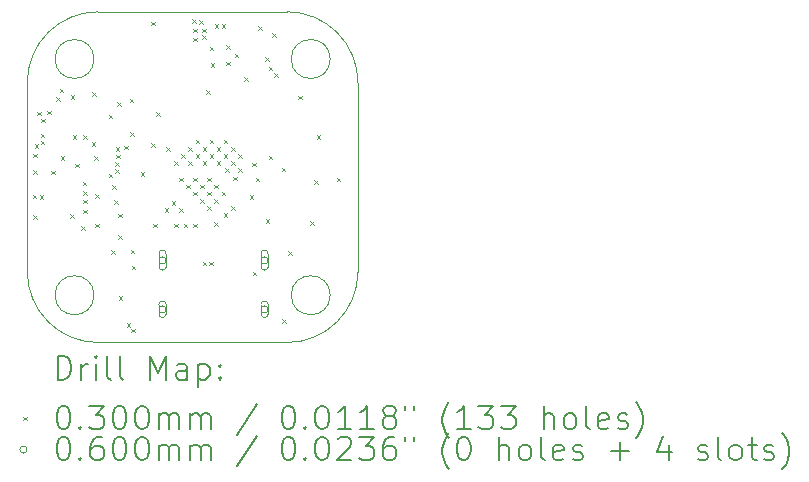
<source format=gbr>
%TF.GenerationSoftware,KiCad,Pcbnew,8.0.3-8.0.3-0~ubuntu24.04.1*%
%TF.CreationDate,2024-07-13T12:59:12+02:00*%
%TF.ProjectId,erace-rx-v2,65726163-652d-4727-982d-76322e6b6963,rev?*%
%TF.SameCoordinates,Original*%
%TF.FileFunction,Drillmap*%
%TF.FilePolarity,Positive*%
%FSLAX45Y45*%
G04 Gerber Fmt 4.5, Leading zero omitted, Abs format (unit mm)*
G04 Created by KiCad (PCBNEW 8.0.3-8.0.3-0~ubuntu24.04.1) date 2024-07-13 12:59:12*
%MOMM*%
%LPD*%
G01*
G04 APERTURE LIST*
%ADD10C,0.050000*%
%ADD11C,0.200000*%
%ADD12C,0.100000*%
G04 APERTURE END LIST*
D10*
X7465000Y-7300000D02*
G75*
G02*
X7135000Y-7300000I-165000J0D01*
G01*
X7135000Y-7300000D02*
G75*
G02*
X7465000Y-7300000I165000J0D01*
G01*
X7700000Y-7100000D02*
X7700000Y-5500000D01*
X5500000Y-7700000D02*
G75*
G02*
X4900000Y-7100000I0J600000D01*
G01*
X5465000Y-5300000D02*
G75*
G02*
X5135000Y-5300000I-165000J0D01*
G01*
X5135000Y-5300000D02*
G75*
G02*
X5465000Y-5300000I165000J0D01*
G01*
X7100000Y-4900000D02*
G75*
G02*
X7700000Y-5500000I0J-600000D01*
G01*
X7465000Y-5300000D02*
G75*
G02*
X7135000Y-5300000I-165000J0D01*
G01*
X7135000Y-5300000D02*
G75*
G02*
X7465000Y-5300000I165000J0D01*
G01*
X5465000Y-7300000D02*
G75*
G02*
X5135000Y-7300000I-165000J0D01*
G01*
X5135000Y-7300000D02*
G75*
G02*
X5465000Y-7300000I165000J0D01*
G01*
X7700000Y-7100000D02*
G75*
G02*
X7100000Y-7700000I-600000J0D01*
G01*
X4900000Y-5500000D02*
G75*
G02*
X5500000Y-4900000I600000J0D01*
G01*
X7100000Y-4900000D02*
X5500000Y-4900000D01*
X5500000Y-7700000D02*
X7100000Y-7700000D01*
X4900000Y-5500000D02*
X4900000Y-7100000D01*
D11*
D12*
X4945000Y-6450000D02*
X4975000Y-6480000D01*
X4975000Y-6450000D02*
X4945000Y-6480000D01*
X4950000Y-6240000D02*
X4980000Y-6270000D01*
X4980000Y-6240000D02*
X4950000Y-6270000D01*
X4950000Y-6625000D02*
X4980000Y-6655000D01*
X4980000Y-6625000D02*
X4950000Y-6655000D01*
X4950001Y-6102000D02*
X4980001Y-6132000D01*
X4980001Y-6102000D02*
X4950001Y-6132000D01*
X4965000Y-6020000D02*
X4995000Y-6050000D01*
X4995000Y-6020000D02*
X4965000Y-6050000D01*
X4985000Y-5745000D02*
X5015000Y-5775000D01*
X5015000Y-5745000D02*
X4985000Y-5775000D01*
X5005000Y-6455000D02*
X5035000Y-6485000D01*
X5035000Y-6455000D02*
X5005000Y-6485000D01*
X5015000Y-5933000D02*
X5045000Y-5963000D01*
X5045000Y-5933000D02*
X5015000Y-5963000D01*
X5015793Y-5993049D02*
X5045793Y-6023049D01*
X5045793Y-5993049D02*
X5015793Y-6023049D01*
X5018058Y-5803942D02*
X5048058Y-5833942D01*
X5048058Y-5803942D02*
X5018058Y-5833942D01*
X5070262Y-5738793D02*
X5100262Y-5768793D01*
X5100262Y-5738793D02*
X5070262Y-5768793D01*
X5105000Y-6245000D02*
X5135000Y-6275000D01*
X5135000Y-6245000D02*
X5105000Y-6275000D01*
X5143624Y-5622402D02*
X5173624Y-5652402D01*
X5173624Y-5622402D02*
X5143624Y-5652402D01*
X5175000Y-5550000D02*
X5205000Y-5580000D01*
X5205000Y-5550000D02*
X5175000Y-5580000D01*
X5185000Y-6125000D02*
X5215000Y-6155000D01*
X5215000Y-6125000D02*
X5185000Y-6155000D01*
X5265000Y-6615000D02*
X5295000Y-6645000D01*
X5295000Y-6615000D02*
X5265000Y-6645000D01*
X5270000Y-5605000D02*
X5300000Y-5635000D01*
X5300000Y-5605000D02*
X5270000Y-5635000D01*
X5285000Y-5945000D02*
X5315000Y-5975000D01*
X5315000Y-5945000D02*
X5285000Y-5975000D01*
X5305000Y-6185000D02*
X5335000Y-6215000D01*
X5335000Y-6185000D02*
X5305000Y-6215000D01*
X5355000Y-6715000D02*
X5385000Y-6745000D01*
X5385000Y-6715000D02*
X5355000Y-6745000D01*
X5370000Y-6340000D02*
X5400000Y-6370000D01*
X5400000Y-6340000D02*
X5370000Y-6370000D01*
X5372000Y-6575382D02*
X5402000Y-6605382D01*
X5402000Y-6575382D02*
X5372000Y-6605382D01*
X5375000Y-5945000D02*
X5405000Y-5975000D01*
X5405000Y-5945000D02*
X5375000Y-5975000D01*
X5375000Y-6420000D02*
X5405000Y-6450000D01*
X5405000Y-6420000D02*
X5375000Y-6450000D01*
X5376111Y-6492223D02*
X5406111Y-6522223D01*
X5406111Y-6492223D02*
X5376111Y-6522223D01*
X5445000Y-6005000D02*
X5475000Y-6035000D01*
X5475000Y-6005000D02*
X5445000Y-6035000D01*
X5450000Y-5580000D02*
X5480000Y-5610000D01*
X5480000Y-5580000D02*
X5450000Y-5610000D01*
X5465000Y-6125000D02*
X5495000Y-6155000D01*
X5495000Y-6125000D02*
X5465000Y-6155000D01*
X5475000Y-6695000D02*
X5505000Y-6725000D01*
X5505000Y-6695000D02*
X5475000Y-6725000D01*
X5475000Y-6445000D02*
X5505000Y-6475000D01*
X5505000Y-6445000D02*
X5475000Y-6475000D01*
X5590000Y-5770000D02*
X5620000Y-5800000D01*
X5620000Y-5770000D02*
X5590000Y-5800000D01*
X5590000Y-6270000D02*
X5620000Y-6300000D01*
X5620000Y-6270000D02*
X5590000Y-6300000D01*
X5610000Y-6920000D02*
X5640000Y-6950000D01*
X5640000Y-6920000D02*
X5610000Y-6950000D01*
X5620000Y-6370000D02*
X5650000Y-6400000D01*
X5650000Y-6370000D02*
X5620000Y-6400000D01*
X5635000Y-6495000D02*
X5665000Y-6525000D01*
X5665000Y-6495000D02*
X5635000Y-6525000D01*
X5643000Y-6234000D02*
X5673000Y-6264000D01*
X5673000Y-6234000D02*
X5643000Y-6264000D01*
X5645000Y-6175000D02*
X5675000Y-6205000D01*
X5675000Y-6175000D02*
X5645000Y-6205000D01*
X5648797Y-6047475D02*
X5678797Y-6077475D01*
X5678797Y-6047475D02*
X5648797Y-6077475D01*
X5654998Y-6110000D02*
X5684998Y-6140000D01*
X5684998Y-6110000D02*
X5654998Y-6140000D01*
X5660000Y-5665000D02*
X5690000Y-5695000D01*
X5690000Y-5665000D02*
X5660000Y-5695000D01*
X5670000Y-6610000D02*
X5700000Y-6640000D01*
X5700000Y-6610000D02*
X5670000Y-6640000D01*
X5670000Y-6790000D02*
X5700000Y-6820000D01*
X5700000Y-6790000D02*
X5670000Y-6820000D01*
X5675000Y-7310000D02*
X5705000Y-7340000D01*
X5705000Y-7310000D02*
X5675000Y-7340000D01*
X5719000Y-6034000D02*
X5749000Y-6064000D01*
X5749000Y-6034000D02*
X5719000Y-6064000D01*
X5741776Y-7534903D02*
X5771776Y-7564903D01*
X5771776Y-7534903D02*
X5741776Y-7564903D01*
X5769499Y-5634502D02*
X5799499Y-5664502D01*
X5799499Y-5634502D02*
X5769499Y-5664502D01*
X5770000Y-5920000D02*
X5800000Y-5950000D01*
X5800000Y-5920000D02*
X5770000Y-5950000D01*
X5775000Y-6915000D02*
X5805000Y-6945000D01*
X5805000Y-6915000D02*
X5775000Y-6945000D01*
X5780000Y-7585000D02*
X5810000Y-7615000D01*
X5810000Y-7585000D02*
X5780000Y-7615000D01*
X5785000Y-7050000D02*
X5815000Y-7080000D01*
X5815000Y-7050000D02*
X5785000Y-7080000D01*
X5860000Y-6260000D02*
X5890000Y-6290000D01*
X5890000Y-6260000D02*
X5860000Y-6290000D01*
X5950000Y-4985000D02*
X5980000Y-5015000D01*
X5980000Y-4985000D02*
X5950000Y-5015000D01*
X5950000Y-6015000D02*
X5980000Y-6045000D01*
X5980000Y-6015000D02*
X5950000Y-6045000D01*
X5965000Y-6695000D02*
X5995000Y-6725000D01*
X5995000Y-6695000D02*
X5965000Y-6725000D01*
X5990000Y-5750000D02*
X6020000Y-5780000D01*
X6020000Y-5750000D02*
X5990000Y-5780000D01*
X6065000Y-6565000D02*
X6095000Y-6595000D01*
X6095000Y-6565000D02*
X6065000Y-6595000D01*
X6075000Y-6045000D02*
X6105000Y-6075000D01*
X6105000Y-6045000D02*
X6075000Y-6075000D01*
X6125000Y-6505000D02*
X6155000Y-6535000D01*
X6155000Y-6505000D02*
X6125000Y-6535000D01*
X6145000Y-6165000D02*
X6175000Y-6195000D01*
X6175000Y-6165000D02*
X6145000Y-6195000D01*
X6145000Y-6695000D02*
X6175000Y-6725000D01*
X6175000Y-6695000D02*
X6145000Y-6725000D01*
X6185000Y-6305000D02*
X6215000Y-6335000D01*
X6215000Y-6305000D02*
X6185000Y-6335000D01*
X6185000Y-6565000D02*
X6215000Y-6595000D01*
X6215000Y-6565000D02*
X6185000Y-6595000D01*
X6205000Y-6105000D02*
X6235000Y-6135000D01*
X6235000Y-6105000D02*
X6205000Y-6135000D01*
X6225000Y-6695000D02*
X6255000Y-6725000D01*
X6255000Y-6695000D02*
X6225000Y-6725000D01*
X6245000Y-6365000D02*
X6275000Y-6395000D01*
X6275000Y-6365000D02*
X6245000Y-6395000D01*
X6265000Y-6045000D02*
X6295000Y-6075000D01*
X6295000Y-6045000D02*
X6265000Y-6075000D01*
X6265000Y-6165000D02*
X6295000Y-6195000D01*
X6295000Y-6165000D02*
X6265000Y-6195000D01*
X6295000Y-4965000D02*
X6325000Y-4995000D01*
X6325000Y-4965000D02*
X6295000Y-4995000D01*
X6305000Y-5045000D02*
X6335000Y-5075000D01*
X6335000Y-5045000D02*
X6305000Y-5075000D01*
X6305000Y-5120000D02*
X6335000Y-5150000D01*
X6335000Y-5120000D02*
X6305000Y-5150000D01*
X6305000Y-6305000D02*
X6335000Y-6335000D01*
X6335000Y-6305000D02*
X6305000Y-6335000D01*
X6305000Y-6425000D02*
X6335000Y-6455000D01*
X6335000Y-6425000D02*
X6305000Y-6455000D01*
X6305000Y-6695000D02*
X6335000Y-6725000D01*
X6335000Y-6695000D02*
X6305000Y-6725000D01*
X6325000Y-5985000D02*
X6355000Y-6015000D01*
X6355000Y-5985000D02*
X6325000Y-6015000D01*
X6325000Y-6105000D02*
X6355000Y-6135000D01*
X6355000Y-6105000D02*
X6325000Y-6135000D01*
X6358000Y-4972000D02*
X6388000Y-5002000D01*
X6388000Y-4972000D02*
X6358000Y-5002000D01*
X6365000Y-6365000D02*
X6395000Y-6395000D01*
X6395000Y-6365000D02*
X6365000Y-6395000D01*
X6365000Y-6485000D02*
X6395000Y-6515000D01*
X6395000Y-6485000D02*
X6365000Y-6515000D01*
X6380000Y-5042500D02*
X6410000Y-5072500D01*
X6410000Y-5042500D02*
X6380000Y-5072500D01*
X6380000Y-5100000D02*
X6410000Y-5130000D01*
X6410000Y-5100000D02*
X6380000Y-5130000D01*
X6385000Y-6045000D02*
X6415000Y-6075000D01*
X6415000Y-6045000D02*
X6385000Y-6075000D01*
X6385000Y-6165000D02*
X6415000Y-6195000D01*
X6415000Y-6165000D02*
X6385000Y-6195000D01*
X6385000Y-7015000D02*
X6415000Y-7045000D01*
X6415000Y-7015000D02*
X6385000Y-7045000D01*
X6415000Y-5565000D02*
X6445000Y-5595000D01*
X6445000Y-5565000D02*
X6415000Y-5595000D01*
X6425000Y-6305000D02*
X6455000Y-6335000D01*
X6455000Y-6305000D02*
X6425000Y-6335000D01*
X6425000Y-6425000D02*
X6455000Y-6455000D01*
X6455000Y-6425000D02*
X6425000Y-6455000D01*
X6425000Y-6545000D02*
X6455000Y-6575000D01*
X6455000Y-6545000D02*
X6425000Y-6575000D01*
X6442500Y-7015000D02*
X6472500Y-7045000D01*
X6472500Y-7015000D02*
X6442500Y-7045000D01*
X6445000Y-5194998D02*
X6475000Y-5224998D01*
X6475000Y-5194998D02*
X6445000Y-5224998D01*
X6445000Y-5985000D02*
X6475000Y-6015000D01*
X6475000Y-5985000D02*
X6445000Y-6015000D01*
X6445000Y-6105000D02*
X6475000Y-6135000D01*
X6475000Y-6105000D02*
X6445000Y-6135000D01*
X6455000Y-5335000D02*
X6485000Y-5365000D01*
X6485000Y-5335000D02*
X6455000Y-5365000D01*
X6485000Y-6365000D02*
X6515000Y-6395000D01*
X6515000Y-6365000D02*
X6485000Y-6395000D01*
X6485000Y-6485000D02*
X6515000Y-6515000D01*
X6515000Y-6485000D02*
X6485000Y-6515000D01*
X6485000Y-6680000D02*
X6515000Y-6710000D01*
X6515000Y-6680000D02*
X6485000Y-6710000D01*
X6486000Y-5006000D02*
X6516000Y-5036000D01*
X6516000Y-5006000D02*
X6486000Y-5036000D01*
X6505000Y-6045000D02*
X6535000Y-6075000D01*
X6535000Y-6045000D02*
X6505000Y-6075000D01*
X6505000Y-6165000D02*
X6535000Y-6195000D01*
X6535000Y-6165000D02*
X6505000Y-6195000D01*
X6545000Y-6425000D02*
X6575000Y-6455000D01*
X6575000Y-6425000D02*
X6545000Y-6455000D01*
X6545973Y-5007817D02*
X6575973Y-5037817D01*
X6575973Y-5007817D02*
X6545973Y-5037817D01*
X6565000Y-5985000D02*
X6595000Y-6015000D01*
X6595000Y-5985000D02*
X6565000Y-6015000D01*
X6565000Y-6105000D02*
X6595000Y-6135000D01*
X6595000Y-6105000D02*
X6565000Y-6135000D01*
X6565000Y-6605000D02*
X6595000Y-6635000D01*
X6595000Y-6605000D02*
X6565000Y-6635000D01*
X6575000Y-6225000D02*
X6605000Y-6255000D01*
X6605000Y-6225000D02*
X6575000Y-6255000D01*
X6585000Y-5185000D02*
X6615000Y-5215000D01*
X6615000Y-5185000D02*
X6585000Y-5215000D01*
X6585000Y-5324999D02*
X6615000Y-5354999D01*
X6615000Y-5324999D02*
X6585000Y-5354999D01*
X6625000Y-6045000D02*
X6655000Y-6075000D01*
X6655000Y-6045000D02*
X6625000Y-6075000D01*
X6625000Y-6165000D02*
X6655000Y-6195000D01*
X6655000Y-6165000D02*
X6625000Y-6195000D01*
X6625000Y-6545000D02*
X6655000Y-6575000D01*
X6655000Y-6545000D02*
X6625000Y-6575000D01*
X6645000Y-6295000D02*
X6675000Y-6325000D01*
X6675000Y-6295000D02*
X6645000Y-6325000D01*
X6655000Y-5255000D02*
X6685000Y-5285000D01*
X6685000Y-5255000D02*
X6655000Y-5285000D01*
X6685000Y-6105000D02*
X6715000Y-6135000D01*
X6715000Y-6105000D02*
X6685000Y-6135000D01*
X6685000Y-6225000D02*
X6715000Y-6255000D01*
X6715000Y-6225000D02*
X6685000Y-6255000D01*
X6735000Y-5455000D02*
X6765000Y-5485000D01*
X6765000Y-5455000D02*
X6735000Y-5485000D01*
X6785000Y-6455000D02*
X6815000Y-6485000D01*
X6815000Y-6455000D02*
X6785000Y-6485000D01*
X6805000Y-6180000D02*
X6835000Y-6210000D01*
X6835000Y-6180000D02*
X6805000Y-6210000D01*
X6810000Y-7101000D02*
X6840000Y-7131000D01*
X6840000Y-7101000D02*
X6810000Y-7131000D01*
X6835000Y-6305000D02*
X6865000Y-6335000D01*
X6865000Y-6305000D02*
X6835000Y-6335000D01*
X6857000Y-5024000D02*
X6887000Y-5054000D01*
X6887000Y-5024000D02*
X6857000Y-5054000D01*
X6915000Y-5285000D02*
X6945000Y-5315000D01*
X6945000Y-5285000D02*
X6915000Y-5315000D01*
X6920000Y-6655000D02*
X6950000Y-6685000D01*
X6950000Y-6655000D02*
X6920000Y-6685000D01*
X6945000Y-5365000D02*
X6975000Y-5395000D01*
X6975000Y-5365000D02*
X6945000Y-5395000D01*
X6945000Y-6120000D02*
X6975000Y-6150000D01*
X6975000Y-6120000D02*
X6945000Y-6150000D01*
X6975000Y-5080000D02*
X7005000Y-5110000D01*
X7005000Y-5080000D02*
X6975000Y-5110000D01*
X6990000Y-5420000D02*
X7020000Y-5450000D01*
X7020000Y-5420000D02*
X6990000Y-5450000D01*
X7055000Y-6220000D02*
X7085000Y-6250000D01*
X7085000Y-6220000D02*
X7055000Y-6250000D01*
X7057000Y-7501000D02*
X7087000Y-7531000D01*
X7087000Y-7501000D02*
X7057000Y-7531000D01*
X7110000Y-6928000D02*
X7140000Y-6958000D01*
X7140000Y-6928000D02*
X7110000Y-6958000D01*
X7195000Y-5610000D02*
X7225000Y-5640000D01*
X7225000Y-5610000D02*
X7195000Y-5640000D01*
X7295000Y-6675000D02*
X7325000Y-6705000D01*
X7325000Y-6675000D02*
X7295000Y-6705000D01*
X7330000Y-6325000D02*
X7360000Y-6355000D01*
X7360000Y-6325000D02*
X7330000Y-6355000D01*
X7350000Y-5945000D02*
X7380000Y-5975000D01*
X7380000Y-5945000D02*
X7350000Y-5975000D01*
X7520000Y-6305000D02*
X7550000Y-6335000D01*
X7550000Y-6305000D02*
X7520000Y-6335000D01*
X6075000Y-7004000D02*
G75*
G02*
X6015000Y-7004000I-30000J0D01*
G01*
X6015000Y-7004000D02*
G75*
G02*
X6075000Y-7004000I30000J0D01*
G01*
X6015000Y-6949000D02*
X6015000Y-7059000D01*
X6075000Y-7059000D02*
G75*
G02*
X6015000Y-7059000I-30000J0D01*
G01*
X6075000Y-7059000D02*
X6075000Y-6949000D01*
X6075000Y-6949000D02*
G75*
G03*
X6015000Y-6949000I-30000J0D01*
G01*
X6075000Y-7419000D02*
G75*
G02*
X6015000Y-7419000I-30000J0D01*
G01*
X6015000Y-7419000D02*
G75*
G02*
X6075000Y-7419000I30000J0D01*
G01*
X6015000Y-7379000D02*
X6015000Y-7459000D01*
X6075000Y-7459000D02*
G75*
G02*
X6015000Y-7459000I-30000J0D01*
G01*
X6075000Y-7459000D02*
X6075000Y-7379000D01*
X6075000Y-7379000D02*
G75*
G03*
X6015000Y-7379000I-30000J0D01*
G01*
X6939000Y-7004000D02*
G75*
G02*
X6879000Y-7004000I-30000J0D01*
G01*
X6879000Y-7004000D02*
G75*
G02*
X6939000Y-7004000I30000J0D01*
G01*
X6879000Y-6949000D02*
X6879000Y-7059000D01*
X6939000Y-7059000D02*
G75*
G02*
X6879000Y-7059000I-30000J0D01*
G01*
X6939000Y-7059000D02*
X6939000Y-6949000D01*
X6939000Y-6949000D02*
G75*
G03*
X6879000Y-6949000I-30000J0D01*
G01*
X6939000Y-7419000D02*
G75*
G02*
X6879000Y-7419000I-30000J0D01*
G01*
X6879000Y-7419000D02*
G75*
G02*
X6939000Y-7419000I30000J0D01*
G01*
X6879000Y-7379000D02*
X6879000Y-7459000D01*
X6939000Y-7459000D02*
G75*
G02*
X6879000Y-7459000I-30000J0D01*
G01*
X6939000Y-7459000D02*
X6939000Y-7379000D01*
X6939000Y-7379000D02*
G75*
G03*
X6879000Y-7379000I-30000J0D01*
G01*
D11*
X5158277Y-8013984D02*
X5158277Y-7813984D01*
X5158277Y-7813984D02*
X5205896Y-7813984D01*
X5205896Y-7813984D02*
X5234467Y-7823508D01*
X5234467Y-7823508D02*
X5253515Y-7842555D01*
X5253515Y-7842555D02*
X5263039Y-7861603D01*
X5263039Y-7861603D02*
X5272563Y-7899698D01*
X5272563Y-7899698D02*
X5272563Y-7928269D01*
X5272563Y-7928269D02*
X5263039Y-7966365D01*
X5263039Y-7966365D02*
X5253515Y-7985412D01*
X5253515Y-7985412D02*
X5234467Y-8004460D01*
X5234467Y-8004460D02*
X5205896Y-8013984D01*
X5205896Y-8013984D02*
X5158277Y-8013984D01*
X5358277Y-8013984D02*
X5358277Y-7880650D01*
X5358277Y-7918746D02*
X5367801Y-7899698D01*
X5367801Y-7899698D02*
X5377324Y-7890174D01*
X5377324Y-7890174D02*
X5396372Y-7880650D01*
X5396372Y-7880650D02*
X5415420Y-7880650D01*
X5482086Y-8013984D02*
X5482086Y-7880650D01*
X5482086Y-7813984D02*
X5472563Y-7823508D01*
X5472563Y-7823508D02*
X5482086Y-7833031D01*
X5482086Y-7833031D02*
X5491610Y-7823508D01*
X5491610Y-7823508D02*
X5482086Y-7813984D01*
X5482086Y-7813984D02*
X5482086Y-7833031D01*
X5605896Y-8013984D02*
X5586848Y-8004460D01*
X5586848Y-8004460D02*
X5577324Y-7985412D01*
X5577324Y-7985412D02*
X5577324Y-7813984D01*
X5710658Y-8013984D02*
X5691610Y-8004460D01*
X5691610Y-8004460D02*
X5682086Y-7985412D01*
X5682086Y-7985412D02*
X5682086Y-7813984D01*
X5939229Y-8013984D02*
X5939229Y-7813984D01*
X5939229Y-7813984D02*
X6005896Y-7956841D01*
X6005896Y-7956841D02*
X6072562Y-7813984D01*
X6072562Y-7813984D02*
X6072562Y-8013984D01*
X6253515Y-8013984D02*
X6253515Y-7909222D01*
X6253515Y-7909222D02*
X6243991Y-7890174D01*
X6243991Y-7890174D02*
X6224943Y-7880650D01*
X6224943Y-7880650D02*
X6186848Y-7880650D01*
X6186848Y-7880650D02*
X6167801Y-7890174D01*
X6253515Y-8004460D02*
X6234467Y-8013984D01*
X6234467Y-8013984D02*
X6186848Y-8013984D01*
X6186848Y-8013984D02*
X6167801Y-8004460D01*
X6167801Y-8004460D02*
X6158277Y-7985412D01*
X6158277Y-7985412D02*
X6158277Y-7966365D01*
X6158277Y-7966365D02*
X6167801Y-7947317D01*
X6167801Y-7947317D02*
X6186848Y-7937793D01*
X6186848Y-7937793D02*
X6234467Y-7937793D01*
X6234467Y-7937793D02*
X6253515Y-7928269D01*
X6348753Y-7880650D02*
X6348753Y-8080650D01*
X6348753Y-7890174D02*
X6367801Y-7880650D01*
X6367801Y-7880650D02*
X6405896Y-7880650D01*
X6405896Y-7880650D02*
X6424943Y-7890174D01*
X6424943Y-7890174D02*
X6434467Y-7899698D01*
X6434467Y-7899698D02*
X6443991Y-7918746D01*
X6443991Y-7918746D02*
X6443991Y-7975888D01*
X6443991Y-7975888D02*
X6434467Y-7994936D01*
X6434467Y-7994936D02*
X6424943Y-8004460D01*
X6424943Y-8004460D02*
X6405896Y-8013984D01*
X6405896Y-8013984D02*
X6367801Y-8013984D01*
X6367801Y-8013984D02*
X6348753Y-8004460D01*
X6529705Y-7994936D02*
X6539229Y-8004460D01*
X6539229Y-8004460D02*
X6529705Y-8013984D01*
X6529705Y-8013984D02*
X6520182Y-8004460D01*
X6520182Y-8004460D02*
X6529705Y-7994936D01*
X6529705Y-7994936D02*
X6529705Y-8013984D01*
X6529705Y-7890174D02*
X6539229Y-7899698D01*
X6539229Y-7899698D02*
X6529705Y-7909222D01*
X6529705Y-7909222D02*
X6520182Y-7899698D01*
X6520182Y-7899698D02*
X6529705Y-7890174D01*
X6529705Y-7890174D02*
X6529705Y-7909222D01*
D12*
X4867500Y-8327500D02*
X4897500Y-8357500D01*
X4897500Y-8327500D02*
X4867500Y-8357500D01*
D11*
X5196372Y-8233984D02*
X5215420Y-8233984D01*
X5215420Y-8233984D02*
X5234467Y-8243508D01*
X5234467Y-8243508D02*
X5243991Y-8253031D01*
X5243991Y-8253031D02*
X5253515Y-8272079D01*
X5253515Y-8272079D02*
X5263039Y-8310174D01*
X5263039Y-8310174D02*
X5263039Y-8357793D01*
X5263039Y-8357793D02*
X5253515Y-8395889D01*
X5253515Y-8395889D02*
X5243991Y-8414936D01*
X5243991Y-8414936D02*
X5234467Y-8424460D01*
X5234467Y-8424460D02*
X5215420Y-8433984D01*
X5215420Y-8433984D02*
X5196372Y-8433984D01*
X5196372Y-8433984D02*
X5177324Y-8424460D01*
X5177324Y-8424460D02*
X5167801Y-8414936D01*
X5167801Y-8414936D02*
X5158277Y-8395889D01*
X5158277Y-8395889D02*
X5148753Y-8357793D01*
X5148753Y-8357793D02*
X5148753Y-8310174D01*
X5148753Y-8310174D02*
X5158277Y-8272079D01*
X5158277Y-8272079D02*
X5167801Y-8253031D01*
X5167801Y-8253031D02*
X5177324Y-8243508D01*
X5177324Y-8243508D02*
X5196372Y-8233984D01*
X5348753Y-8414936D02*
X5358277Y-8424460D01*
X5358277Y-8424460D02*
X5348753Y-8433984D01*
X5348753Y-8433984D02*
X5339229Y-8424460D01*
X5339229Y-8424460D02*
X5348753Y-8414936D01*
X5348753Y-8414936D02*
X5348753Y-8433984D01*
X5424944Y-8233984D02*
X5548753Y-8233984D01*
X5548753Y-8233984D02*
X5482086Y-8310174D01*
X5482086Y-8310174D02*
X5510658Y-8310174D01*
X5510658Y-8310174D02*
X5529705Y-8319698D01*
X5529705Y-8319698D02*
X5539229Y-8329222D01*
X5539229Y-8329222D02*
X5548753Y-8348269D01*
X5548753Y-8348269D02*
X5548753Y-8395889D01*
X5548753Y-8395889D02*
X5539229Y-8414936D01*
X5539229Y-8414936D02*
X5529705Y-8424460D01*
X5529705Y-8424460D02*
X5510658Y-8433984D01*
X5510658Y-8433984D02*
X5453515Y-8433984D01*
X5453515Y-8433984D02*
X5434467Y-8424460D01*
X5434467Y-8424460D02*
X5424944Y-8414936D01*
X5672562Y-8233984D02*
X5691610Y-8233984D01*
X5691610Y-8233984D02*
X5710658Y-8243508D01*
X5710658Y-8243508D02*
X5720182Y-8253031D01*
X5720182Y-8253031D02*
X5729705Y-8272079D01*
X5729705Y-8272079D02*
X5739229Y-8310174D01*
X5739229Y-8310174D02*
X5739229Y-8357793D01*
X5739229Y-8357793D02*
X5729705Y-8395889D01*
X5729705Y-8395889D02*
X5720182Y-8414936D01*
X5720182Y-8414936D02*
X5710658Y-8424460D01*
X5710658Y-8424460D02*
X5691610Y-8433984D01*
X5691610Y-8433984D02*
X5672562Y-8433984D01*
X5672562Y-8433984D02*
X5653515Y-8424460D01*
X5653515Y-8424460D02*
X5643991Y-8414936D01*
X5643991Y-8414936D02*
X5634467Y-8395889D01*
X5634467Y-8395889D02*
X5624943Y-8357793D01*
X5624943Y-8357793D02*
X5624943Y-8310174D01*
X5624943Y-8310174D02*
X5634467Y-8272079D01*
X5634467Y-8272079D02*
X5643991Y-8253031D01*
X5643991Y-8253031D02*
X5653515Y-8243508D01*
X5653515Y-8243508D02*
X5672562Y-8233984D01*
X5863039Y-8233984D02*
X5882086Y-8233984D01*
X5882086Y-8233984D02*
X5901134Y-8243508D01*
X5901134Y-8243508D02*
X5910658Y-8253031D01*
X5910658Y-8253031D02*
X5920182Y-8272079D01*
X5920182Y-8272079D02*
X5929705Y-8310174D01*
X5929705Y-8310174D02*
X5929705Y-8357793D01*
X5929705Y-8357793D02*
X5920182Y-8395889D01*
X5920182Y-8395889D02*
X5910658Y-8414936D01*
X5910658Y-8414936D02*
X5901134Y-8424460D01*
X5901134Y-8424460D02*
X5882086Y-8433984D01*
X5882086Y-8433984D02*
X5863039Y-8433984D01*
X5863039Y-8433984D02*
X5843991Y-8424460D01*
X5843991Y-8424460D02*
X5834467Y-8414936D01*
X5834467Y-8414936D02*
X5824943Y-8395889D01*
X5824943Y-8395889D02*
X5815420Y-8357793D01*
X5815420Y-8357793D02*
X5815420Y-8310174D01*
X5815420Y-8310174D02*
X5824943Y-8272079D01*
X5824943Y-8272079D02*
X5834467Y-8253031D01*
X5834467Y-8253031D02*
X5843991Y-8243508D01*
X5843991Y-8243508D02*
X5863039Y-8233984D01*
X6015420Y-8433984D02*
X6015420Y-8300650D01*
X6015420Y-8319698D02*
X6024943Y-8310174D01*
X6024943Y-8310174D02*
X6043991Y-8300650D01*
X6043991Y-8300650D02*
X6072563Y-8300650D01*
X6072563Y-8300650D02*
X6091610Y-8310174D01*
X6091610Y-8310174D02*
X6101134Y-8329222D01*
X6101134Y-8329222D02*
X6101134Y-8433984D01*
X6101134Y-8329222D02*
X6110658Y-8310174D01*
X6110658Y-8310174D02*
X6129705Y-8300650D01*
X6129705Y-8300650D02*
X6158277Y-8300650D01*
X6158277Y-8300650D02*
X6177324Y-8310174D01*
X6177324Y-8310174D02*
X6186848Y-8329222D01*
X6186848Y-8329222D02*
X6186848Y-8433984D01*
X6282086Y-8433984D02*
X6282086Y-8300650D01*
X6282086Y-8319698D02*
X6291610Y-8310174D01*
X6291610Y-8310174D02*
X6310658Y-8300650D01*
X6310658Y-8300650D02*
X6339229Y-8300650D01*
X6339229Y-8300650D02*
X6358277Y-8310174D01*
X6358277Y-8310174D02*
X6367801Y-8329222D01*
X6367801Y-8329222D02*
X6367801Y-8433984D01*
X6367801Y-8329222D02*
X6377324Y-8310174D01*
X6377324Y-8310174D02*
X6396372Y-8300650D01*
X6396372Y-8300650D02*
X6424943Y-8300650D01*
X6424943Y-8300650D02*
X6443991Y-8310174D01*
X6443991Y-8310174D02*
X6453515Y-8329222D01*
X6453515Y-8329222D02*
X6453515Y-8433984D01*
X6843991Y-8224460D02*
X6672563Y-8481603D01*
X7101134Y-8233984D02*
X7120182Y-8233984D01*
X7120182Y-8233984D02*
X7139229Y-8243508D01*
X7139229Y-8243508D02*
X7148753Y-8253031D01*
X7148753Y-8253031D02*
X7158277Y-8272079D01*
X7158277Y-8272079D02*
X7167801Y-8310174D01*
X7167801Y-8310174D02*
X7167801Y-8357793D01*
X7167801Y-8357793D02*
X7158277Y-8395889D01*
X7158277Y-8395889D02*
X7148753Y-8414936D01*
X7148753Y-8414936D02*
X7139229Y-8424460D01*
X7139229Y-8424460D02*
X7120182Y-8433984D01*
X7120182Y-8433984D02*
X7101134Y-8433984D01*
X7101134Y-8433984D02*
X7082086Y-8424460D01*
X7082086Y-8424460D02*
X7072563Y-8414936D01*
X7072563Y-8414936D02*
X7063039Y-8395889D01*
X7063039Y-8395889D02*
X7053515Y-8357793D01*
X7053515Y-8357793D02*
X7053515Y-8310174D01*
X7053515Y-8310174D02*
X7063039Y-8272079D01*
X7063039Y-8272079D02*
X7072563Y-8253031D01*
X7072563Y-8253031D02*
X7082086Y-8243508D01*
X7082086Y-8243508D02*
X7101134Y-8233984D01*
X7253515Y-8414936D02*
X7263039Y-8424460D01*
X7263039Y-8424460D02*
X7253515Y-8433984D01*
X7253515Y-8433984D02*
X7243991Y-8424460D01*
X7243991Y-8424460D02*
X7253515Y-8414936D01*
X7253515Y-8414936D02*
X7253515Y-8433984D01*
X7386848Y-8233984D02*
X7405896Y-8233984D01*
X7405896Y-8233984D02*
X7424944Y-8243508D01*
X7424944Y-8243508D02*
X7434467Y-8253031D01*
X7434467Y-8253031D02*
X7443991Y-8272079D01*
X7443991Y-8272079D02*
X7453515Y-8310174D01*
X7453515Y-8310174D02*
X7453515Y-8357793D01*
X7453515Y-8357793D02*
X7443991Y-8395889D01*
X7443991Y-8395889D02*
X7434467Y-8414936D01*
X7434467Y-8414936D02*
X7424944Y-8424460D01*
X7424944Y-8424460D02*
X7405896Y-8433984D01*
X7405896Y-8433984D02*
X7386848Y-8433984D01*
X7386848Y-8433984D02*
X7367801Y-8424460D01*
X7367801Y-8424460D02*
X7358277Y-8414936D01*
X7358277Y-8414936D02*
X7348753Y-8395889D01*
X7348753Y-8395889D02*
X7339229Y-8357793D01*
X7339229Y-8357793D02*
X7339229Y-8310174D01*
X7339229Y-8310174D02*
X7348753Y-8272079D01*
X7348753Y-8272079D02*
X7358277Y-8253031D01*
X7358277Y-8253031D02*
X7367801Y-8243508D01*
X7367801Y-8243508D02*
X7386848Y-8233984D01*
X7643991Y-8433984D02*
X7529706Y-8433984D01*
X7586848Y-8433984D02*
X7586848Y-8233984D01*
X7586848Y-8233984D02*
X7567801Y-8262555D01*
X7567801Y-8262555D02*
X7548753Y-8281603D01*
X7548753Y-8281603D02*
X7529706Y-8291127D01*
X7834467Y-8433984D02*
X7720182Y-8433984D01*
X7777325Y-8433984D02*
X7777325Y-8233984D01*
X7777325Y-8233984D02*
X7758277Y-8262555D01*
X7758277Y-8262555D02*
X7739229Y-8281603D01*
X7739229Y-8281603D02*
X7720182Y-8291127D01*
X7948753Y-8319698D02*
X7929706Y-8310174D01*
X7929706Y-8310174D02*
X7920182Y-8300650D01*
X7920182Y-8300650D02*
X7910658Y-8281603D01*
X7910658Y-8281603D02*
X7910658Y-8272079D01*
X7910658Y-8272079D02*
X7920182Y-8253031D01*
X7920182Y-8253031D02*
X7929706Y-8243508D01*
X7929706Y-8243508D02*
X7948753Y-8233984D01*
X7948753Y-8233984D02*
X7986848Y-8233984D01*
X7986848Y-8233984D02*
X8005896Y-8243508D01*
X8005896Y-8243508D02*
X8015420Y-8253031D01*
X8015420Y-8253031D02*
X8024944Y-8272079D01*
X8024944Y-8272079D02*
X8024944Y-8281603D01*
X8024944Y-8281603D02*
X8015420Y-8300650D01*
X8015420Y-8300650D02*
X8005896Y-8310174D01*
X8005896Y-8310174D02*
X7986848Y-8319698D01*
X7986848Y-8319698D02*
X7948753Y-8319698D01*
X7948753Y-8319698D02*
X7929706Y-8329222D01*
X7929706Y-8329222D02*
X7920182Y-8338746D01*
X7920182Y-8338746D02*
X7910658Y-8357793D01*
X7910658Y-8357793D02*
X7910658Y-8395889D01*
X7910658Y-8395889D02*
X7920182Y-8414936D01*
X7920182Y-8414936D02*
X7929706Y-8424460D01*
X7929706Y-8424460D02*
X7948753Y-8433984D01*
X7948753Y-8433984D02*
X7986848Y-8433984D01*
X7986848Y-8433984D02*
X8005896Y-8424460D01*
X8005896Y-8424460D02*
X8015420Y-8414936D01*
X8015420Y-8414936D02*
X8024944Y-8395889D01*
X8024944Y-8395889D02*
X8024944Y-8357793D01*
X8024944Y-8357793D02*
X8015420Y-8338746D01*
X8015420Y-8338746D02*
X8005896Y-8329222D01*
X8005896Y-8329222D02*
X7986848Y-8319698D01*
X8101134Y-8233984D02*
X8101134Y-8272079D01*
X8177325Y-8233984D02*
X8177325Y-8272079D01*
X8472563Y-8510174D02*
X8463039Y-8500650D01*
X8463039Y-8500650D02*
X8443991Y-8472079D01*
X8443991Y-8472079D02*
X8434468Y-8453031D01*
X8434468Y-8453031D02*
X8424944Y-8424460D01*
X8424944Y-8424460D02*
X8415420Y-8376841D01*
X8415420Y-8376841D02*
X8415420Y-8338746D01*
X8415420Y-8338746D02*
X8424944Y-8291127D01*
X8424944Y-8291127D02*
X8434468Y-8262555D01*
X8434468Y-8262555D02*
X8443991Y-8243508D01*
X8443991Y-8243508D02*
X8463039Y-8214936D01*
X8463039Y-8214936D02*
X8472563Y-8205412D01*
X8653515Y-8433984D02*
X8539230Y-8433984D01*
X8596372Y-8433984D02*
X8596372Y-8233984D01*
X8596372Y-8233984D02*
X8577325Y-8262555D01*
X8577325Y-8262555D02*
X8558277Y-8281603D01*
X8558277Y-8281603D02*
X8539230Y-8291127D01*
X8720182Y-8233984D02*
X8843991Y-8233984D01*
X8843991Y-8233984D02*
X8777325Y-8310174D01*
X8777325Y-8310174D02*
X8805896Y-8310174D01*
X8805896Y-8310174D02*
X8824944Y-8319698D01*
X8824944Y-8319698D02*
X8834468Y-8329222D01*
X8834468Y-8329222D02*
X8843991Y-8348269D01*
X8843991Y-8348269D02*
X8843991Y-8395889D01*
X8843991Y-8395889D02*
X8834468Y-8414936D01*
X8834468Y-8414936D02*
X8824944Y-8424460D01*
X8824944Y-8424460D02*
X8805896Y-8433984D01*
X8805896Y-8433984D02*
X8748753Y-8433984D01*
X8748753Y-8433984D02*
X8729706Y-8424460D01*
X8729706Y-8424460D02*
X8720182Y-8414936D01*
X8910658Y-8233984D02*
X9034468Y-8233984D01*
X9034468Y-8233984D02*
X8967801Y-8310174D01*
X8967801Y-8310174D02*
X8996372Y-8310174D01*
X8996372Y-8310174D02*
X9015420Y-8319698D01*
X9015420Y-8319698D02*
X9024944Y-8329222D01*
X9024944Y-8329222D02*
X9034468Y-8348269D01*
X9034468Y-8348269D02*
X9034468Y-8395889D01*
X9034468Y-8395889D02*
X9024944Y-8414936D01*
X9024944Y-8414936D02*
X9015420Y-8424460D01*
X9015420Y-8424460D02*
X8996372Y-8433984D01*
X8996372Y-8433984D02*
X8939230Y-8433984D01*
X8939230Y-8433984D02*
X8920182Y-8424460D01*
X8920182Y-8424460D02*
X8910658Y-8414936D01*
X9272563Y-8433984D02*
X9272563Y-8233984D01*
X9358277Y-8433984D02*
X9358277Y-8329222D01*
X9358277Y-8329222D02*
X9348753Y-8310174D01*
X9348753Y-8310174D02*
X9329706Y-8300650D01*
X9329706Y-8300650D02*
X9301134Y-8300650D01*
X9301134Y-8300650D02*
X9282087Y-8310174D01*
X9282087Y-8310174D02*
X9272563Y-8319698D01*
X9482087Y-8433984D02*
X9463039Y-8424460D01*
X9463039Y-8424460D02*
X9453515Y-8414936D01*
X9453515Y-8414936D02*
X9443992Y-8395889D01*
X9443992Y-8395889D02*
X9443992Y-8338746D01*
X9443992Y-8338746D02*
X9453515Y-8319698D01*
X9453515Y-8319698D02*
X9463039Y-8310174D01*
X9463039Y-8310174D02*
X9482087Y-8300650D01*
X9482087Y-8300650D02*
X9510658Y-8300650D01*
X9510658Y-8300650D02*
X9529706Y-8310174D01*
X9529706Y-8310174D02*
X9539230Y-8319698D01*
X9539230Y-8319698D02*
X9548753Y-8338746D01*
X9548753Y-8338746D02*
X9548753Y-8395889D01*
X9548753Y-8395889D02*
X9539230Y-8414936D01*
X9539230Y-8414936D02*
X9529706Y-8424460D01*
X9529706Y-8424460D02*
X9510658Y-8433984D01*
X9510658Y-8433984D02*
X9482087Y-8433984D01*
X9663039Y-8433984D02*
X9643992Y-8424460D01*
X9643992Y-8424460D02*
X9634468Y-8405412D01*
X9634468Y-8405412D02*
X9634468Y-8233984D01*
X9815420Y-8424460D02*
X9796373Y-8433984D01*
X9796373Y-8433984D02*
X9758277Y-8433984D01*
X9758277Y-8433984D02*
X9739230Y-8424460D01*
X9739230Y-8424460D02*
X9729706Y-8405412D01*
X9729706Y-8405412D02*
X9729706Y-8329222D01*
X9729706Y-8329222D02*
X9739230Y-8310174D01*
X9739230Y-8310174D02*
X9758277Y-8300650D01*
X9758277Y-8300650D02*
X9796373Y-8300650D01*
X9796373Y-8300650D02*
X9815420Y-8310174D01*
X9815420Y-8310174D02*
X9824944Y-8329222D01*
X9824944Y-8329222D02*
X9824944Y-8348269D01*
X9824944Y-8348269D02*
X9729706Y-8367317D01*
X9901134Y-8424460D02*
X9920182Y-8433984D01*
X9920182Y-8433984D02*
X9958277Y-8433984D01*
X9958277Y-8433984D02*
X9977325Y-8424460D01*
X9977325Y-8424460D02*
X9986849Y-8405412D01*
X9986849Y-8405412D02*
X9986849Y-8395889D01*
X9986849Y-8395889D02*
X9977325Y-8376841D01*
X9977325Y-8376841D02*
X9958277Y-8367317D01*
X9958277Y-8367317D02*
X9929706Y-8367317D01*
X9929706Y-8367317D02*
X9910658Y-8357793D01*
X9910658Y-8357793D02*
X9901134Y-8338746D01*
X9901134Y-8338746D02*
X9901134Y-8329222D01*
X9901134Y-8329222D02*
X9910658Y-8310174D01*
X9910658Y-8310174D02*
X9929706Y-8300650D01*
X9929706Y-8300650D02*
X9958277Y-8300650D01*
X9958277Y-8300650D02*
X9977325Y-8310174D01*
X10053515Y-8510174D02*
X10063039Y-8500650D01*
X10063039Y-8500650D02*
X10082087Y-8472079D01*
X10082087Y-8472079D02*
X10091611Y-8453031D01*
X10091611Y-8453031D02*
X10101134Y-8424460D01*
X10101134Y-8424460D02*
X10110658Y-8376841D01*
X10110658Y-8376841D02*
X10110658Y-8338746D01*
X10110658Y-8338746D02*
X10101134Y-8291127D01*
X10101134Y-8291127D02*
X10091611Y-8262555D01*
X10091611Y-8262555D02*
X10082087Y-8243508D01*
X10082087Y-8243508D02*
X10063039Y-8214936D01*
X10063039Y-8214936D02*
X10053515Y-8205412D01*
D12*
X4897500Y-8606500D02*
G75*
G02*
X4837500Y-8606500I-30000J0D01*
G01*
X4837500Y-8606500D02*
G75*
G02*
X4897500Y-8606500I30000J0D01*
G01*
D11*
X5196372Y-8497984D02*
X5215420Y-8497984D01*
X5215420Y-8497984D02*
X5234467Y-8507508D01*
X5234467Y-8507508D02*
X5243991Y-8517031D01*
X5243991Y-8517031D02*
X5253515Y-8536079D01*
X5253515Y-8536079D02*
X5263039Y-8574174D01*
X5263039Y-8574174D02*
X5263039Y-8621793D01*
X5263039Y-8621793D02*
X5253515Y-8659889D01*
X5253515Y-8659889D02*
X5243991Y-8678936D01*
X5243991Y-8678936D02*
X5234467Y-8688460D01*
X5234467Y-8688460D02*
X5215420Y-8697984D01*
X5215420Y-8697984D02*
X5196372Y-8697984D01*
X5196372Y-8697984D02*
X5177324Y-8688460D01*
X5177324Y-8688460D02*
X5167801Y-8678936D01*
X5167801Y-8678936D02*
X5158277Y-8659889D01*
X5158277Y-8659889D02*
X5148753Y-8621793D01*
X5148753Y-8621793D02*
X5148753Y-8574174D01*
X5148753Y-8574174D02*
X5158277Y-8536079D01*
X5158277Y-8536079D02*
X5167801Y-8517031D01*
X5167801Y-8517031D02*
X5177324Y-8507508D01*
X5177324Y-8507508D02*
X5196372Y-8497984D01*
X5348753Y-8678936D02*
X5358277Y-8688460D01*
X5358277Y-8688460D02*
X5348753Y-8697984D01*
X5348753Y-8697984D02*
X5339229Y-8688460D01*
X5339229Y-8688460D02*
X5348753Y-8678936D01*
X5348753Y-8678936D02*
X5348753Y-8697984D01*
X5529705Y-8497984D02*
X5491610Y-8497984D01*
X5491610Y-8497984D02*
X5472563Y-8507508D01*
X5472563Y-8507508D02*
X5463039Y-8517031D01*
X5463039Y-8517031D02*
X5443991Y-8545603D01*
X5443991Y-8545603D02*
X5434467Y-8583698D01*
X5434467Y-8583698D02*
X5434467Y-8659889D01*
X5434467Y-8659889D02*
X5443991Y-8678936D01*
X5443991Y-8678936D02*
X5453515Y-8688460D01*
X5453515Y-8688460D02*
X5472563Y-8697984D01*
X5472563Y-8697984D02*
X5510658Y-8697984D01*
X5510658Y-8697984D02*
X5529705Y-8688460D01*
X5529705Y-8688460D02*
X5539229Y-8678936D01*
X5539229Y-8678936D02*
X5548753Y-8659889D01*
X5548753Y-8659889D02*
X5548753Y-8612270D01*
X5548753Y-8612270D02*
X5539229Y-8593222D01*
X5539229Y-8593222D02*
X5529705Y-8583698D01*
X5529705Y-8583698D02*
X5510658Y-8574174D01*
X5510658Y-8574174D02*
X5472563Y-8574174D01*
X5472563Y-8574174D02*
X5453515Y-8583698D01*
X5453515Y-8583698D02*
X5443991Y-8593222D01*
X5443991Y-8593222D02*
X5434467Y-8612270D01*
X5672562Y-8497984D02*
X5691610Y-8497984D01*
X5691610Y-8497984D02*
X5710658Y-8507508D01*
X5710658Y-8507508D02*
X5720182Y-8517031D01*
X5720182Y-8517031D02*
X5729705Y-8536079D01*
X5729705Y-8536079D02*
X5739229Y-8574174D01*
X5739229Y-8574174D02*
X5739229Y-8621793D01*
X5739229Y-8621793D02*
X5729705Y-8659889D01*
X5729705Y-8659889D02*
X5720182Y-8678936D01*
X5720182Y-8678936D02*
X5710658Y-8688460D01*
X5710658Y-8688460D02*
X5691610Y-8697984D01*
X5691610Y-8697984D02*
X5672562Y-8697984D01*
X5672562Y-8697984D02*
X5653515Y-8688460D01*
X5653515Y-8688460D02*
X5643991Y-8678936D01*
X5643991Y-8678936D02*
X5634467Y-8659889D01*
X5634467Y-8659889D02*
X5624943Y-8621793D01*
X5624943Y-8621793D02*
X5624943Y-8574174D01*
X5624943Y-8574174D02*
X5634467Y-8536079D01*
X5634467Y-8536079D02*
X5643991Y-8517031D01*
X5643991Y-8517031D02*
X5653515Y-8507508D01*
X5653515Y-8507508D02*
X5672562Y-8497984D01*
X5863039Y-8497984D02*
X5882086Y-8497984D01*
X5882086Y-8497984D02*
X5901134Y-8507508D01*
X5901134Y-8507508D02*
X5910658Y-8517031D01*
X5910658Y-8517031D02*
X5920182Y-8536079D01*
X5920182Y-8536079D02*
X5929705Y-8574174D01*
X5929705Y-8574174D02*
X5929705Y-8621793D01*
X5929705Y-8621793D02*
X5920182Y-8659889D01*
X5920182Y-8659889D02*
X5910658Y-8678936D01*
X5910658Y-8678936D02*
X5901134Y-8688460D01*
X5901134Y-8688460D02*
X5882086Y-8697984D01*
X5882086Y-8697984D02*
X5863039Y-8697984D01*
X5863039Y-8697984D02*
X5843991Y-8688460D01*
X5843991Y-8688460D02*
X5834467Y-8678936D01*
X5834467Y-8678936D02*
X5824943Y-8659889D01*
X5824943Y-8659889D02*
X5815420Y-8621793D01*
X5815420Y-8621793D02*
X5815420Y-8574174D01*
X5815420Y-8574174D02*
X5824943Y-8536079D01*
X5824943Y-8536079D02*
X5834467Y-8517031D01*
X5834467Y-8517031D02*
X5843991Y-8507508D01*
X5843991Y-8507508D02*
X5863039Y-8497984D01*
X6015420Y-8697984D02*
X6015420Y-8564650D01*
X6015420Y-8583698D02*
X6024943Y-8574174D01*
X6024943Y-8574174D02*
X6043991Y-8564650D01*
X6043991Y-8564650D02*
X6072563Y-8564650D01*
X6072563Y-8564650D02*
X6091610Y-8574174D01*
X6091610Y-8574174D02*
X6101134Y-8593222D01*
X6101134Y-8593222D02*
X6101134Y-8697984D01*
X6101134Y-8593222D02*
X6110658Y-8574174D01*
X6110658Y-8574174D02*
X6129705Y-8564650D01*
X6129705Y-8564650D02*
X6158277Y-8564650D01*
X6158277Y-8564650D02*
X6177324Y-8574174D01*
X6177324Y-8574174D02*
X6186848Y-8593222D01*
X6186848Y-8593222D02*
X6186848Y-8697984D01*
X6282086Y-8697984D02*
X6282086Y-8564650D01*
X6282086Y-8583698D02*
X6291610Y-8574174D01*
X6291610Y-8574174D02*
X6310658Y-8564650D01*
X6310658Y-8564650D02*
X6339229Y-8564650D01*
X6339229Y-8564650D02*
X6358277Y-8574174D01*
X6358277Y-8574174D02*
X6367801Y-8593222D01*
X6367801Y-8593222D02*
X6367801Y-8697984D01*
X6367801Y-8593222D02*
X6377324Y-8574174D01*
X6377324Y-8574174D02*
X6396372Y-8564650D01*
X6396372Y-8564650D02*
X6424943Y-8564650D01*
X6424943Y-8564650D02*
X6443991Y-8574174D01*
X6443991Y-8574174D02*
X6453515Y-8593222D01*
X6453515Y-8593222D02*
X6453515Y-8697984D01*
X6843991Y-8488460D02*
X6672563Y-8745603D01*
X7101134Y-8497984D02*
X7120182Y-8497984D01*
X7120182Y-8497984D02*
X7139229Y-8507508D01*
X7139229Y-8507508D02*
X7148753Y-8517031D01*
X7148753Y-8517031D02*
X7158277Y-8536079D01*
X7158277Y-8536079D02*
X7167801Y-8574174D01*
X7167801Y-8574174D02*
X7167801Y-8621793D01*
X7167801Y-8621793D02*
X7158277Y-8659889D01*
X7158277Y-8659889D02*
X7148753Y-8678936D01*
X7148753Y-8678936D02*
X7139229Y-8688460D01*
X7139229Y-8688460D02*
X7120182Y-8697984D01*
X7120182Y-8697984D02*
X7101134Y-8697984D01*
X7101134Y-8697984D02*
X7082086Y-8688460D01*
X7082086Y-8688460D02*
X7072563Y-8678936D01*
X7072563Y-8678936D02*
X7063039Y-8659889D01*
X7063039Y-8659889D02*
X7053515Y-8621793D01*
X7053515Y-8621793D02*
X7053515Y-8574174D01*
X7053515Y-8574174D02*
X7063039Y-8536079D01*
X7063039Y-8536079D02*
X7072563Y-8517031D01*
X7072563Y-8517031D02*
X7082086Y-8507508D01*
X7082086Y-8507508D02*
X7101134Y-8497984D01*
X7253515Y-8678936D02*
X7263039Y-8688460D01*
X7263039Y-8688460D02*
X7253515Y-8697984D01*
X7253515Y-8697984D02*
X7243991Y-8688460D01*
X7243991Y-8688460D02*
X7253515Y-8678936D01*
X7253515Y-8678936D02*
X7253515Y-8697984D01*
X7386848Y-8497984D02*
X7405896Y-8497984D01*
X7405896Y-8497984D02*
X7424944Y-8507508D01*
X7424944Y-8507508D02*
X7434467Y-8517031D01*
X7434467Y-8517031D02*
X7443991Y-8536079D01*
X7443991Y-8536079D02*
X7453515Y-8574174D01*
X7453515Y-8574174D02*
X7453515Y-8621793D01*
X7453515Y-8621793D02*
X7443991Y-8659889D01*
X7443991Y-8659889D02*
X7434467Y-8678936D01*
X7434467Y-8678936D02*
X7424944Y-8688460D01*
X7424944Y-8688460D02*
X7405896Y-8697984D01*
X7405896Y-8697984D02*
X7386848Y-8697984D01*
X7386848Y-8697984D02*
X7367801Y-8688460D01*
X7367801Y-8688460D02*
X7358277Y-8678936D01*
X7358277Y-8678936D02*
X7348753Y-8659889D01*
X7348753Y-8659889D02*
X7339229Y-8621793D01*
X7339229Y-8621793D02*
X7339229Y-8574174D01*
X7339229Y-8574174D02*
X7348753Y-8536079D01*
X7348753Y-8536079D02*
X7358277Y-8517031D01*
X7358277Y-8517031D02*
X7367801Y-8507508D01*
X7367801Y-8507508D02*
X7386848Y-8497984D01*
X7529706Y-8517031D02*
X7539229Y-8507508D01*
X7539229Y-8507508D02*
X7558277Y-8497984D01*
X7558277Y-8497984D02*
X7605896Y-8497984D01*
X7605896Y-8497984D02*
X7624944Y-8507508D01*
X7624944Y-8507508D02*
X7634467Y-8517031D01*
X7634467Y-8517031D02*
X7643991Y-8536079D01*
X7643991Y-8536079D02*
X7643991Y-8555127D01*
X7643991Y-8555127D02*
X7634467Y-8583698D01*
X7634467Y-8583698D02*
X7520182Y-8697984D01*
X7520182Y-8697984D02*
X7643991Y-8697984D01*
X7710658Y-8497984D02*
X7834467Y-8497984D01*
X7834467Y-8497984D02*
X7767801Y-8574174D01*
X7767801Y-8574174D02*
X7796372Y-8574174D01*
X7796372Y-8574174D02*
X7815420Y-8583698D01*
X7815420Y-8583698D02*
X7824944Y-8593222D01*
X7824944Y-8593222D02*
X7834467Y-8612270D01*
X7834467Y-8612270D02*
X7834467Y-8659889D01*
X7834467Y-8659889D02*
X7824944Y-8678936D01*
X7824944Y-8678936D02*
X7815420Y-8688460D01*
X7815420Y-8688460D02*
X7796372Y-8697984D01*
X7796372Y-8697984D02*
X7739229Y-8697984D01*
X7739229Y-8697984D02*
X7720182Y-8688460D01*
X7720182Y-8688460D02*
X7710658Y-8678936D01*
X8005896Y-8497984D02*
X7967801Y-8497984D01*
X7967801Y-8497984D02*
X7948753Y-8507508D01*
X7948753Y-8507508D02*
X7939229Y-8517031D01*
X7939229Y-8517031D02*
X7920182Y-8545603D01*
X7920182Y-8545603D02*
X7910658Y-8583698D01*
X7910658Y-8583698D02*
X7910658Y-8659889D01*
X7910658Y-8659889D02*
X7920182Y-8678936D01*
X7920182Y-8678936D02*
X7929706Y-8688460D01*
X7929706Y-8688460D02*
X7948753Y-8697984D01*
X7948753Y-8697984D02*
X7986848Y-8697984D01*
X7986848Y-8697984D02*
X8005896Y-8688460D01*
X8005896Y-8688460D02*
X8015420Y-8678936D01*
X8015420Y-8678936D02*
X8024944Y-8659889D01*
X8024944Y-8659889D02*
X8024944Y-8612270D01*
X8024944Y-8612270D02*
X8015420Y-8593222D01*
X8015420Y-8593222D02*
X8005896Y-8583698D01*
X8005896Y-8583698D02*
X7986848Y-8574174D01*
X7986848Y-8574174D02*
X7948753Y-8574174D01*
X7948753Y-8574174D02*
X7929706Y-8583698D01*
X7929706Y-8583698D02*
X7920182Y-8593222D01*
X7920182Y-8593222D02*
X7910658Y-8612270D01*
X8101134Y-8497984D02*
X8101134Y-8536079D01*
X8177325Y-8497984D02*
X8177325Y-8536079D01*
X8472563Y-8774174D02*
X8463039Y-8764650D01*
X8463039Y-8764650D02*
X8443991Y-8736079D01*
X8443991Y-8736079D02*
X8434468Y-8717031D01*
X8434468Y-8717031D02*
X8424944Y-8688460D01*
X8424944Y-8688460D02*
X8415420Y-8640841D01*
X8415420Y-8640841D02*
X8415420Y-8602746D01*
X8415420Y-8602746D02*
X8424944Y-8555127D01*
X8424944Y-8555127D02*
X8434468Y-8526555D01*
X8434468Y-8526555D02*
X8443991Y-8507508D01*
X8443991Y-8507508D02*
X8463039Y-8478936D01*
X8463039Y-8478936D02*
X8472563Y-8469412D01*
X8586849Y-8497984D02*
X8605896Y-8497984D01*
X8605896Y-8497984D02*
X8624944Y-8507508D01*
X8624944Y-8507508D02*
X8634468Y-8517031D01*
X8634468Y-8517031D02*
X8643991Y-8536079D01*
X8643991Y-8536079D02*
X8653515Y-8574174D01*
X8653515Y-8574174D02*
X8653515Y-8621793D01*
X8653515Y-8621793D02*
X8643991Y-8659889D01*
X8643991Y-8659889D02*
X8634468Y-8678936D01*
X8634468Y-8678936D02*
X8624944Y-8688460D01*
X8624944Y-8688460D02*
X8605896Y-8697984D01*
X8605896Y-8697984D02*
X8586849Y-8697984D01*
X8586849Y-8697984D02*
X8567801Y-8688460D01*
X8567801Y-8688460D02*
X8558277Y-8678936D01*
X8558277Y-8678936D02*
X8548753Y-8659889D01*
X8548753Y-8659889D02*
X8539230Y-8621793D01*
X8539230Y-8621793D02*
X8539230Y-8574174D01*
X8539230Y-8574174D02*
X8548753Y-8536079D01*
X8548753Y-8536079D02*
X8558277Y-8517031D01*
X8558277Y-8517031D02*
X8567801Y-8507508D01*
X8567801Y-8507508D02*
X8586849Y-8497984D01*
X8891611Y-8697984D02*
X8891611Y-8497984D01*
X8977325Y-8697984D02*
X8977325Y-8593222D01*
X8977325Y-8593222D02*
X8967801Y-8574174D01*
X8967801Y-8574174D02*
X8948753Y-8564650D01*
X8948753Y-8564650D02*
X8920182Y-8564650D01*
X8920182Y-8564650D02*
X8901134Y-8574174D01*
X8901134Y-8574174D02*
X8891611Y-8583698D01*
X9101134Y-8697984D02*
X9082087Y-8688460D01*
X9082087Y-8688460D02*
X9072563Y-8678936D01*
X9072563Y-8678936D02*
X9063039Y-8659889D01*
X9063039Y-8659889D02*
X9063039Y-8602746D01*
X9063039Y-8602746D02*
X9072563Y-8583698D01*
X9072563Y-8583698D02*
X9082087Y-8574174D01*
X9082087Y-8574174D02*
X9101134Y-8564650D01*
X9101134Y-8564650D02*
X9129706Y-8564650D01*
X9129706Y-8564650D02*
X9148753Y-8574174D01*
X9148753Y-8574174D02*
X9158277Y-8583698D01*
X9158277Y-8583698D02*
X9167801Y-8602746D01*
X9167801Y-8602746D02*
X9167801Y-8659889D01*
X9167801Y-8659889D02*
X9158277Y-8678936D01*
X9158277Y-8678936D02*
X9148753Y-8688460D01*
X9148753Y-8688460D02*
X9129706Y-8697984D01*
X9129706Y-8697984D02*
X9101134Y-8697984D01*
X9282087Y-8697984D02*
X9263039Y-8688460D01*
X9263039Y-8688460D02*
X9253515Y-8669412D01*
X9253515Y-8669412D02*
X9253515Y-8497984D01*
X9434468Y-8688460D02*
X9415420Y-8697984D01*
X9415420Y-8697984D02*
X9377325Y-8697984D01*
X9377325Y-8697984D02*
X9358277Y-8688460D01*
X9358277Y-8688460D02*
X9348753Y-8669412D01*
X9348753Y-8669412D02*
X9348753Y-8593222D01*
X9348753Y-8593222D02*
X9358277Y-8574174D01*
X9358277Y-8574174D02*
X9377325Y-8564650D01*
X9377325Y-8564650D02*
X9415420Y-8564650D01*
X9415420Y-8564650D02*
X9434468Y-8574174D01*
X9434468Y-8574174D02*
X9443992Y-8593222D01*
X9443992Y-8593222D02*
X9443992Y-8612270D01*
X9443992Y-8612270D02*
X9348753Y-8631317D01*
X9520182Y-8688460D02*
X9539230Y-8697984D01*
X9539230Y-8697984D02*
X9577325Y-8697984D01*
X9577325Y-8697984D02*
X9596373Y-8688460D01*
X9596373Y-8688460D02*
X9605896Y-8669412D01*
X9605896Y-8669412D02*
X9605896Y-8659889D01*
X9605896Y-8659889D02*
X9596373Y-8640841D01*
X9596373Y-8640841D02*
X9577325Y-8631317D01*
X9577325Y-8631317D02*
X9548753Y-8631317D01*
X9548753Y-8631317D02*
X9529706Y-8621793D01*
X9529706Y-8621793D02*
X9520182Y-8602746D01*
X9520182Y-8602746D02*
X9520182Y-8593222D01*
X9520182Y-8593222D02*
X9529706Y-8574174D01*
X9529706Y-8574174D02*
X9548753Y-8564650D01*
X9548753Y-8564650D02*
X9577325Y-8564650D01*
X9577325Y-8564650D02*
X9596373Y-8574174D01*
X9843992Y-8621793D02*
X9996373Y-8621793D01*
X9920182Y-8697984D02*
X9920182Y-8545603D01*
X10329706Y-8564650D02*
X10329706Y-8697984D01*
X10282087Y-8488460D02*
X10234468Y-8631317D01*
X10234468Y-8631317D02*
X10358277Y-8631317D01*
X10577325Y-8688460D02*
X10596373Y-8697984D01*
X10596373Y-8697984D02*
X10634468Y-8697984D01*
X10634468Y-8697984D02*
X10653516Y-8688460D01*
X10653516Y-8688460D02*
X10663039Y-8669412D01*
X10663039Y-8669412D02*
X10663039Y-8659889D01*
X10663039Y-8659889D02*
X10653516Y-8640841D01*
X10653516Y-8640841D02*
X10634468Y-8631317D01*
X10634468Y-8631317D02*
X10605896Y-8631317D01*
X10605896Y-8631317D02*
X10586849Y-8621793D01*
X10586849Y-8621793D02*
X10577325Y-8602746D01*
X10577325Y-8602746D02*
X10577325Y-8593222D01*
X10577325Y-8593222D02*
X10586849Y-8574174D01*
X10586849Y-8574174D02*
X10605896Y-8564650D01*
X10605896Y-8564650D02*
X10634468Y-8564650D01*
X10634468Y-8564650D02*
X10653516Y-8574174D01*
X10777325Y-8697984D02*
X10758277Y-8688460D01*
X10758277Y-8688460D02*
X10748754Y-8669412D01*
X10748754Y-8669412D02*
X10748754Y-8497984D01*
X10882087Y-8697984D02*
X10863039Y-8688460D01*
X10863039Y-8688460D02*
X10853516Y-8678936D01*
X10853516Y-8678936D02*
X10843992Y-8659889D01*
X10843992Y-8659889D02*
X10843992Y-8602746D01*
X10843992Y-8602746D02*
X10853516Y-8583698D01*
X10853516Y-8583698D02*
X10863039Y-8574174D01*
X10863039Y-8574174D02*
X10882087Y-8564650D01*
X10882087Y-8564650D02*
X10910658Y-8564650D01*
X10910658Y-8564650D02*
X10929706Y-8574174D01*
X10929706Y-8574174D02*
X10939230Y-8583698D01*
X10939230Y-8583698D02*
X10948754Y-8602746D01*
X10948754Y-8602746D02*
X10948754Y-8659889D01*
X10948754Y-8659889D02*
X10939230Y-8678936D01*
X10939230Y-8678936D02*
X10929706Y-8688460D01*
X10929706Y-8688460D02*
X10910658Y-8697984D01*
X10910658Y-8697984D02*
X10882087Y-8697984D01*
X11005897Y-8564650D02*
X11082087Y-8564650D01*
X11034468Y-8497984D02*
X11034468Y-8669412D01*
X11034468Y-8669412D02*
X11043992Y-8688460D01*
X11043992Y-8688460D02*
X11063039Y-8697984D01*
X11063039Y-8697984D02*
X11082087Y-8697984D01*
X11139230Y-8688460D02*
X11158277Y-8697984D01*
X11158277Y-8697984D02*
X11196373Y-8697984D01*
X11196373Y-8697984D02*
X11215420Y-8688460D01*
X11215420Y-8688460D02*
X11224944Y-8669412D01*
X11224944Y-8669412D02*
X11224944Y-8659889D01*
X11224944Y-8659889D02*
X11215420Y-8640841D01*
X11215420Y-8640841D02*
X11196373Y-8631317D01*
X11196373Y-8631317D02*
X11167801Y-8631317D01*
X11167801Y-8631317D02*
X11148754Y-8621793D01*
X11148754Y-8621793D02*
X11139230Y-8602746D01*
X11139230Y-8602746D02*
X11139230Y-8593222D01*
X11139230Y-8593222D02*
X11148754Y-8574174D01*
X11148754Y-8574174D02*
X11167801Y-8564650D01*
X11167801Y-8564650D02*
X11196373Y-8564650D01*
X11196373Y-8564650D02*
X11215420Y-8574174D01*
X11291611Y-8774174D02*
X11301135Y-8764650D01*
X11301135Y-8764650D02*
X11320182Y-8736079D01*
X11320182Y-8736079D02*
X11329706Y-8717031D01*
X11329706Y-8717031D02*
X11339230Y-8688460D01*
X11339230Y-8688460D02*
X11348754Y-8640841D01*
X11348754Y-8640841D02*
X11348754Y-8602746D01*
X11348754Y-8602746D02*
X11339230Y-8555127D01*
X11339230Y-8555127D02*
X11329706Y-8526555D01*
X11329706Y-8526555D02*
X11320182Y-8507508D01*
X11320182Y-8507508D02*
X11301135Y-8478936D01*
X11301135Y-8478936D02*
X11291611Y-8469412D01*
M02*

</source>
